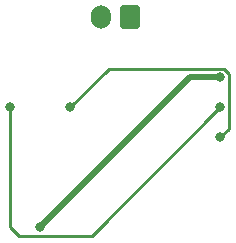
<source format=gbr>
%TF.GenerationSoftware,KiCad,Pcbnew,7.0.8*%
%TF.CreationDate,2023-10-11T13:53:52-07:00*%
%TF.ProjectId,PCB_555_Timer,5043425f-3535-4355-9f54-696d65722e6b,rev?*%
%TF.SameCoordinates,Original*%
%TF.FileFunction,Copper,L2,Bot*%
%TF.FilePolarity,Positive*%
%FSLAX46Y46*%
G04 Gerber Fmt 4.6, Leading zero omitted, Abs format (unit mm)*
G04 Created by KiCad (PCBNEW 7.0.8) date 2023-10-11 13:53:52*
%MOMM*%
%LPD*%
G01*
G04 APERTURE LIST*
G04 Aperture macros list*
%AMRoundRect*
0 Rectangle with rounded corners*
0 $1 Rounding radius*
0 $2 $3 $4 $5 $6 $7 $8 $9 X,Y pos of 4 corners*
0 Add a 4 corners polygon primitive as box body*
4,1,4,$2,$3,$4,$5,$6,$7,$8,$9,$2,$3,0*
0 Add four circle primitives for the rounded corners*
1,1,$1+$1,$2,$3*
1,1,$1+$1,$4,$5*
1,1,$1+$1,$6,$7*
1,1,$1+$1,$8,$9*
0 Add four rect primitives between the rounded corners*
20,1,$1+$1,$2,$3,$4,$5,0*
20,1,$1+$1,$4,$5,$6,$7,0*
20,1,$1+$1,$6,$7,$8,$9,0*
20,1,$1+$1,$8,$9,$2,$3,0*%
G04 Aperture macros list end*
%TA.AperFunction,ComponentPad*%
%ADD10RoundRect,0.250000X0.600000X0.750000X-0.600000X0.750000X-0.600000X-0.750000X0.600000X-0.750000X0*%
%TD*%
%TA.AperFunction,ComponentPad*%
%ADD11O,1.700000X2.000000*%
%TD*%
%TA.AperFunction,ViaPad*%
%ADD12C,0.800000*%
%TD*%
%TA.AperFunction,Conductor*%
%ADD13C,0.254000*%
%TD*%
%TA.AperFunction,Conductor*%
%ADD14C,0.250000*%
%TD*%
%TA.AperFunction,Conductor*%
%ADD15C,0.508000*%
%TD*%
G04 APERTURE END LIST*
D10*
%TO.P,J1,1,Pin_1*%
%TO.N,+9V*%
X147320000Y-91440000D03*
D11*
%TO.P,J1,2,Pin_2*%
%TO.N,GND*%
X144820000Y-91440000D03*
%TD*%
D12*
%TO.N,/pin_2*%
X154940000Y-99060000D03*
X137160000Y-99060000D03*
%TO.N,GND*%
X142240000Y-99060000D03*
X154940000Y-101600000D03*
%TO.N,+9V*%
X139700000Y-109220000D03*
X154940000Y-96520000D03*
%TD*%
D13*
%TO.N,/pin_2*%
X137160000Y-109220000D02*
X137160000Y-99060000D01*
X137887000Y-109947000D02*
X137160000Y-109220000D01*
X154940000Y-99060000D02*
X144053000Y-109947000D01*
X144053000Y-109947000D02*
X137887000Y-109947000D01*
D14*
%TO.N,GND*%
X155665000Y-100875000D02*
X154940000Y-101600000D01*
X155665000Y-96219695D02*
X155665000Y-100875000D01*
X155240305Y-95795000D02*
X155665000Y-96219695D01*
X145505000Y-95795000D02*
X155240305Y-95795000D01*
X142240000Y-99060000D02*
X145505000Y-95795000D01*
D15*
%TO.N,+9V*%
X139700000Y-109220000D02*
X152400000Y-96520000D01*
X152400000Y-96520000D02*
X154940000Y-96520000D01*
%TD*%
M02*

</source>
